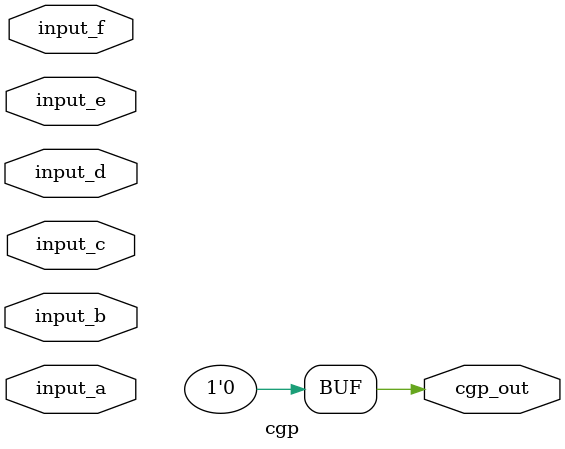
<source format=v>
module cgp(input [1:0] input_a, input [1:0] input_b, input [1:0] input_c, input [1:0] input_d, input [1:0] input_e, input [1:0] input_f, output [0:0] cgp_out);
  wire cgp_core_014;
  wire cgp_core_015;
  wire cgp_core_016;
  wire cgp_core_017;
  wire cgp_core_018_not;
  wire cgp_core_019;
  wire cgp_core_021;
  wire cgp_core_023;
  wire cgp_core_024;
  wire cgp_core_025;
  wire cgp_core_026;
  wire cgp_core_027;
  wire cgp_core_028_not;
  wire cgp_core_030;
  wire cgp_core_031;
  wire cgp_core_032;
  wire cgp_core_033;
  wire cgp_core_034;
  wire cgp_core_035;
  wire cgp_core_036;
  wire cgp_core_037;
  wire cgp_core_038;
  wire cgp_core_040;
  wire cgp_core_041;
  wire cgp_core_042;
  wire cgp_core_043;
  wire cgp_core_044;
  wire cgp_core_045;
  wire cgp_core_046;
  wire cgp_core_047;
  wire cgp_core_048;
  wire cgp_core_049;
  wire cgp_core_057_not;
  wire cgp_core_059;
  wire cgp_core_060;
  wire cgp_core_062;

  assign cgp_core_014 = input_a[0] ^ input_c[0];
  assign cgp_core_015 = input_a[0] & input_c[0];
  assign cgp_core_016 = input_a[1] ^ input_c[1];
  assign cgp_core_017 = input_a[1] & input_c[1];
  assign cgp_core_018_not = ~cgp_core_015;
  assign cgp_core_019 = cgp_core_016 & cgp_core_015;
  assign cgp_core_021 = input_b[0] ^ input_d[0];
  assign cgp_core_023 = ~input_b[1];
  assign cgp_core_024 = ~(input_b[1] & input_d[1]);
  assign cgp_core_025 = cgp_core_023 ^ input_b[0];
  assign cgp_core_026 = cgp_core_023 & input_b[0];
  assign cgp_core_027 = cgp_core_024 | cgp_core_026;
  assign cgp_core_028_not = ~input_f[0];
  assign cgp_core_030 = input_e[1] ^ input_f[1];
  assign cgp_core_031 = input_e[1] & input_f[1];
  assign cgp_core_032 = cgp_core_030 ^ input_e[0];
  assign cgp_core_033 = cgp_core_030 & input_e[0];
  assign cgp_core_034 = cgp_core_031 | cgp_core_033;
  assign cgp_core_035 = cgp_core_021 ^ cgp_core_028_not;
  assign cgp_core_036 = cgp_core_021 & cgp_core_028_not;
  assign cgp_core_037 = cgp_core_025 ^ cgp_core_032;
  assign cgp_core_038 = input_c[0] & cgp_core_032;
  assign cgp_core_040 = cgp_core_037 & cgp_core_036;
  assign cgp_core_041 = input_e[1] | cgp_core_040;
  assign cgp_core_042 = cgp_core_027 ^ cgp_core_034;
  assign cgp_core_043 = cgp_core_027 & cgp_core_034;
  assign cgp_core_044 = cgp_core_042 ^ input_d[0];
  assign cgp_core_045 = cgp_core_042 & cgp_core_041;
  assign cgp_core_046 = cgp_core_043 | cgp_core_045;
  assign cgp_core_047 = ~cgp_core_046;
  assign cgp_core_048 = ~cgp_core_046;
  assign cgp_core_049 = ~cgp_core_044;
  assign cgp_core_057_not = ~cgp_core_018_not;
  assign cgp_core_059 = ~cgp_core_035;
  assign cgp_core_060 = cgp_core_014 & cgp_core_059;
  assign cgp_core_062 = ~(cgp_core_014 ^ cgp_core_035);

  assign cgp_out[0] = 1'b0;
endmodule
</source>
